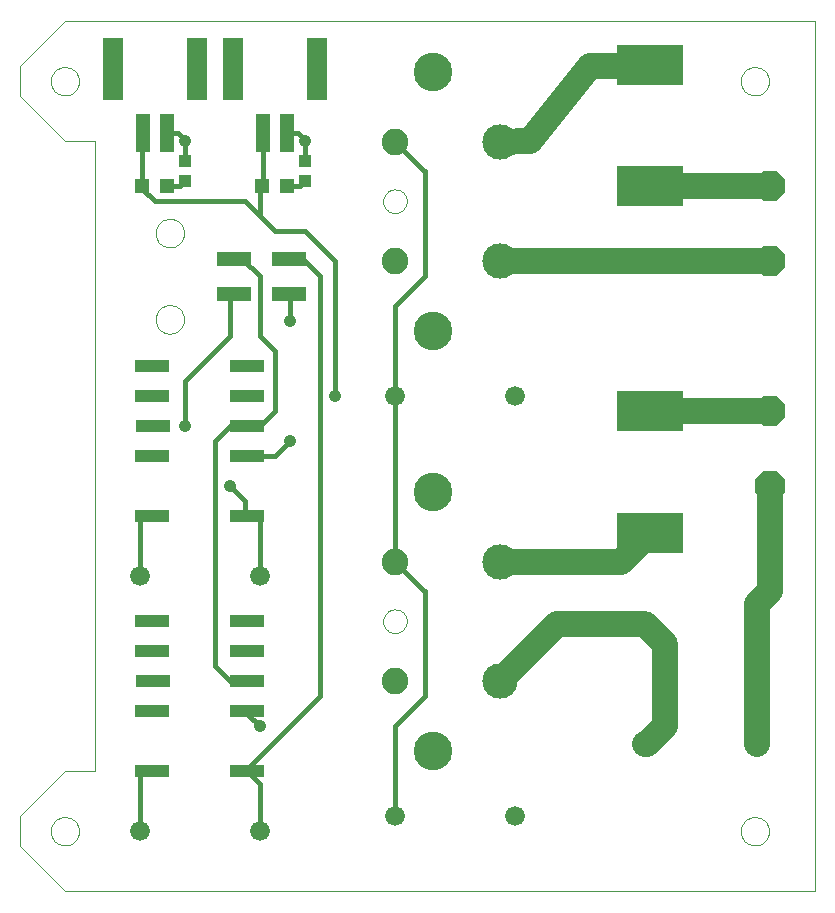
<source format=gtl>
G75*
G70*
%OFA0B0*%
%FSLAX24Y24*%
%IPPOS*%
%LPD*%
%AMOC8*
5,1,8,0,0,1.08239X$1,22.5*
%
%ADD10C,0.0000*%
%ADD11C,0.0886*%
%ADD12C,0.1286*%
%ADD13C,0.1181*%
%ADD14R,0.1150X0.0500*%
%ADD15C,0.0660*%
%ADD16R,0.0472X0.1260*%
%ADD17R,0.0669X0.2087*%
%ADD18C,0.0591*%
%ADD19OC8,0.1000*%
%ADD20R,0.2205X0.1378*%
%ADD21R,0.1122X0.0394*%
%ADD22R,0.0472X0.0472*%
%ADD23R,0.0433X0.0394*%
%ADD24C,0.0160*%
%ADD25C,0.0416*%
%ADD26C,0.0860*%
D10*
X003465Y001682D02*
X003465Y002682D01*
X004965Y004182D01*
X005965Y004182D01*
X005965Y025182D01*
X004965Y025182D01*
X003465Y026682D01*
X003465Y027682D01*
X004965Y029182D01*
X029965Y029182D01*
X029965Y000182D01*
X004965Y000182D01*
X003465Y001682D01*
X004493Y002182D02*
X004495Y002225D01*
X004501Y002267D01*
X004511Y002309D01*
X004524Y002350D01*
X004541Y002390D01*
X004562Y002427D01*
X004586Y002463D01*
X004613Y002496D01*
X004643Y002527D01*
X004676Y002555D01*
X004711Y002580D01*
X004748Y002601D01*
X004787Y002619D01*
X004827Y002633D01*
X004869Y002644D01*
X004911Y002651D01*
X004954Y002654D01*
X004997Y002653D01*
X005040Y002648D01*
X005082Y002639D01*
X005123Y002627D01*
X005163Y002611D01*
X005201Y002591D01*
X005237Y002568D01*
X005271Y002541D01*
X005303Y002512D01*
X005331Y002480D01*
X005357Y002445D01*
X005379Y002409D01*
X005398Y002370D01*
X005413Y002330D01*
X005425Y002289D01*
X005433Y002246D01*
X005437Y002203D01*
X005437Y002161D01*
X005433Y002118D01*
X005425Y002075D01*
X005413Y002034D01*
X005398Y001994D01*
X005379Y001955D01*
X005357Y001919D01*
X005331Y001884D01*
X005303Y001852D01*
X005271Y001823D01*
X005237Y001796D01*
X005201Y001773D01*
X005163Y001753D01*
X005123Y001737D01*
X005082Y001725D01*
X005040Y001716D01*
X004997Y001711D01*
X004954Y001710D01*
X004911Y001713D01*
X004869Y001720D01*
X004827Y001731D01*
X004787Y001745D01*
X004748Y001763D01*
X004711Y001784D01*
X004676Y001809D01*
X004643Y001837D01*
X004613Y001868D01*
X004586Y001901D01*
X004562Y001937D01*
X004541Y001974D01*
X004524Y002014D01*
X004511Y002055D01*
X004501Y002097D01*
X004495Y002139D01*
X004493Y002182D01*
X015571Y009182D02*
X015573Y009221D01*
X015579Y009260D01*
X015589Y009298D01*
X015602Y009335D01*
X015619Y009370D01*
X015639Y009404D01*
X015663Y009435D01*
X015690Y009464D01*
X015719Y009490D01*
X015751Y009513D01*
X015785Y009533D01*
X015821Y009549D01*
X015858Y009561D01*
X015897Y009570D01*
X015936Y009575D01*
X015975Y009576D01*
X016014Y009573D01*
X016053Y009566D01*
X016090Y009555D01*
X016127Y009541D01*
X016162Y009523D01*
X016195Y009502D01*
X016226Y009477D01*
X016254Y009450D01*
X016279Y009420D01*
X016301Y009387D01*
X016320Y009353D01*
X016335Y009317D01*
X016347Y009279D01*
X016355Y009241D01*
X016359Y009202D01*
X016359Y009162D01*
X016355Y009123D01*
X016347Y009085D01*
X016335Y009047D01*
X016320Y009011D01*
X016301Y008977D01*
X016279Y008944D01*
X016254Y008914D01*
X016226Y008887D01*
X016195Y008862D01*
X016162Y008841D01*
X016127Y008823D01*
X016090Y008809D01*
X016053Y008798D01*
X016014Y008791D01*
X015975Y008788D01*
X015936Y008789D01*
X015897Y008794D01*
X015858Y008803D01*
X015821Y008815D01*
X015785Y008831D01*
X015751Y008851D01*
X015719Y008874D01*
X015690Y008900D01*
X015663Y008929D01*
X015639Y008960D01*
X015619Y008994D01*
X015602Y009029D01*
X015589Y009066D01*
X015579Y009104D01*
X015573Y009143D01*
X015571Y009182D01*
X007990Y019245D02*
X007992Y019288D01*
X007998Y019331D01*
X008008Y019373D01*
X008021Y019414D01*
X008038Y019454D01*
X008059Y019492D01*
X008083Y019528D01*
X008111Y019561D01*
X008141Y019592D01*
X008174Y019620D01*
X008209Y019645D01*
X008246Y019667D01*
X008286Y019685D01*
X008326Y019699D01*
X008368Y019710D01*
X008411Y019717D01*
X008454Y019720D01*
X008497Y019719D01*
X008540Y019714D01*
X008583Y019705D01*
X008624Y019693D01*
X008664Y019676D01*
X008702Y019656D01*
X008739Y019633D01*
X008773Y019607D01*
X008805Y019577D01*
X008833Y019545D01*
X008859Y019510D01*
X008882Y019473D01*
X008901Y019434D01*
X008916Y019394D01*
X008928Y019352D01*
X008936Y019310D01*
X008940Y019267D01*
X008940Y019223D01*
X008936Y019180D01*
X008928Y019138D01*
X008916Y019096D01*
X008901Y019056D01*
X008882Y019017D01*
X008859Y018980D01*
X008833Y018945D01*
X008805Y018913D01*
X008773Y018883D01*
X008739Y018857D01*
X008703Y018834D01*
X008664Y018814D01*
X008624Y018797D01*
X008583Y018785D01*
X008540Y018776D01*
X008497Y018771D01*
X008454Y018770D01*
X008411Y018773D01*
X008368Y018780D01*
X008326Y018791D01*
X008286Y018805D01*
X008246Y018823D01*
X008209Y018845D01*
X008174Y018870D01*
X008141Y018898D01*
X008111Y018929D01*
X008083Y018962D01*
X008059Y018998D01*
X008038Y019036D01*
X008021Y019076D01*
X008008Y019117D01*
X007998Y019159D01*
X007992Y019202D01*
X007990Y019245D01*
X007990Y022119D02*
X007992Y022162D01*
X007998Y022205D01*
X008008Y022247D01*
X008021Y022288D01*
X008038Y022328D01*
X008059Y022366D01*
X008083Y022402D01*
X008111Y022435D01*
X008141Y022466D01*
X008174Y022494D01*
X008209Y022519D01*
X008246Y022541D01*
X008286Y022559D01*
X008326Y022573D01*
X008368Y022584D01*
X008411Y022591D01*
X008454Y022594D01*
X008497Y022593D01*
X008540Y022588D01*
X008583Y022579D01*
X008624Y022567D01*
X008664Y022550D01*
X008702Y022530D01*
X008739Y022507D01*
X008773Y022481D01*
X008805Y022451D01*
X008833Y022419D01*
X008859Y022384D01*
X008882Y022347D01*
X008901Y022308D01*
X008916Y022268D01*
X008928Y022226D01*
X008936Y022184D01*
X008940Y022141D01*
X008940Y022097D01*
X008936Y022054D01*
X008928Y022012D01*
X008916Y021970D01*
X008901Y021930D01*
X008882Y021891D01*
X008859Y021854D01*
X008833Y021819D01*
X008805Y021787D01*
X008773Y021757D01*
X008739Y021731D01*
X008703Y021708D01*
X008664Y021688D01*
X008624Y021671D01*
X008583Y021659D01*
X008540Y021650D01*
X008497Y021645D01*
X008454Y021644D01*
X008411Y021647D01*
X008368Y021654D01*
X008326Y021665D01*
X008286Y021679D01*
X008246Y021697D01*
X008209Y021719D01*
X008174Y021744D01*
X008141Y021772D01*
X008111Y021803D01*
X008083Y021836D01*
X008059Y021872D01*
X008038Y021910D01*
X008021Y021950D01*
X008008Y021991D01*
X007998Y022033D01*
X007992Y022076D01*
X007990Y022119D01*
X004493Y027182D02*
X004495Y027225D01*
X004501Y027267D01*
X004511Y027309D01*
X004524Y027350D01*
X004541Y027390D01*
X004562Y027427D01*
X004586Y027463D01*
X004613Y027496D01*
X004643Y027527D01*
X004676Y027555D01*
X004711Y027580D01*
X004748Y027601D01*
X004787Y027619D01*
X004827Y027633D01*
X004869Y027644D01*
X004911Y027651D01*
X004954Y027654D01*
X004997Y027653D01*
X005040Y027648D01*
X005082Y027639D01*
X005123Y027627D01*
X005163Y027611D01*
X005201Y027591D01*
X005237Y027568D01*
X005271Y027541D01*
X005303Y027512D01*
X005331Y027480D01*
X005357Y027445D01*
X005379Y027409D01*
X005398Y027370D01*
X005413Y027330D01*
X005425Y027289D01*
X005433Y027246D01*
X005437Y027203D01*
X005437Y027161D01*
X005433Y027118D01*
X005425Y027075D01*
X005413Y027034D01*
X005398Y026994D01*
X005379Y026955D01*
X005357Y026919D01*
X005331Y026884D01*
X005303Y026852D01*
X005271Y026823D01*
X005237Y026796D01*
X005201Y026773D01*
X005163Y026753D01*
X005123Y026737D01*
X005082Y026725D01*
X005040Y026716D01*
X004997Y026711D01*
X004954Y026710D01*
X004911Y026713D01*
X004869Y026720D01*
X004827Y026731D01*
X004787Y026745D01*
X004748Y026763D01*
X004711Y026784D01*
X004676Y026809D01*
X004643Y026837D01*
X004613Y026868D01*
X004586Y026901D01*
X004562Y026937D01*
X004541Y026974D01*
X004524Y027014D01*
X004511Y027055D01*
X004501Y027097D01*
X004495Y027139D01*
X004493Y027182D01*
X015571Y023182D02*
X015573Y023221D01*
X015579Y023260D01*
X015589Y023298D01*
X015602Y023335D01*
X015619Y023370D01*
X015639Y023404D01*
X015663Y023435D01*
X015690Y023464D01*
X015719Y023490D01*
X015751Y023513D01*
X015785Y023533D01*
X015821Y023549D01*
X015858Y023561D01*
X015897Y023570D01*
X015936Y023575D01*
X015975Y023576D01*
X016014Y023573D01*
X016053Y023566D01*
X016090Y023555D01*
X016127Y023541D01*
X016162Y023523D01*
X016195Y023502D01*
X016226Y023477D01*
X016254Y023450D01*
X016279Y023420D01*
X016301Y023387D01*
X016320Y023353D01*
X016335Y023317D01*
X016347Y023279D01*
X016355Y023241D01*
X016359Y023202D01*
X016359Y023162D01*
X016355Y023123D01*
X016347Y023085D01*
X016335Y023047D01*
X016320Y023011D01*
X016301Y022977D01*
X016279Y022944D01*
X016254Y022914D01*
X016226Y022887D01*
X016195Y022862D01*
X016162Y022841D01*
X016127Y022823D01*
X016090Y022809D01*
X016053Y022798D01*
X016014Y022791D01*
X015975Y022788D01*
X015936Y022789D01*
X015897Y022794D01*
X015858Y022803D01*
X015821Y022815D01*
X015785Y022831D01*
X015751Y022851D01*
X015719Y022874D01*
X015690Y022900D01*
X015663Y022929D01*
X015639Y022960D01*
X015619Y022994D01*
X015602Y023029D01*
X015589Y023066D01*
X015579Y023104D01*
X015573Y023143D01*
X015571Y023182D01*
X027493Y027182D02*
X027495Y027225D01*
X027501Y027267D01*
X027511Y027309D01*
X027524Y027350D01*
X027541Y027390D01*
X027562Y027427D01*
X027586Y027463D01*
X027613Y027496D01*
X027643Y027527D01*
X027676Y027555D01*
X027711Y027580D01*
X027748Y027601D01*
X027787Y027619D01*
X027827Y027633D01*
X027869Y027644D01*
X027911Y027651D01*
X027954Y027654D01*
X027997Y027653D01*
X028040Y027648D01*
X028082Y027639D01*
X028123Y027627D01*
X028163Y027611D01*
X028201Y027591D01*
X028237Y027568D01*
X028271Y027541D01*
X028303Y027512D01*
X028331Y027480D01*
X028357Y027445D01*
X028379Y027409D01*
X028398Y027370D01*
X028413Y027330D01*
X028425Y027289D01*
X028433Y027246D01*
X028437Y027203D01*
X028437Y027161D01*
X028433Y027118D01*
X028425Y027075D01*
X028413Y027034D01*
X028398Y026994D01*
X028379Y026955D01*
X028357Y026919D01*
X028331Y026884D01*
X028303Y026852D01*
X028271Y026823D01*
X028237Y026796D01*
X028201Y026773D01*
X028163Y026753D01*
X028123Y026737D01*
X028082Y026725D01*
X028040Y026716D01*
X027997Y026711D01*
X027954Y026710D01*
X027911Y026713D01*
X027869Y026720D01*
X027827Y026731D01*
X027787Y026745D01*
X027748Y026763D01*
X027711Y026784D01*
X027676Y026809D01*
X027643Y026837D01*
X027613Y026868D01*
X027586Y026901D01*
X027562Y026937D01*
X027541Y026974D01*
X027524Y027014D01*
X027511Y027055D01*
X027501Y027097D01*
X027495Y027139D01*
X027493Y027182D01*
X027493Y002182D02*
X027495Y002225D01*
X027501Y002267D01*
X027511Y002309D01*
X027524Y002350D01*
X027541Y002390D01*
X027562Y002427D01*
X027586Y002463D01*
X027613Y002496D01*
X027643Y002527D01*
X027676Y002555D01*
X027711Y002580D01*
X027748Y002601D01*
X027787Y002619D01*
X027827Y002633D01*
X027869Y002644D01*
X027911Y002651D01*
X027954Y002654D01*
X027997Y002653D01*
X028040Y002648D01*
X028082Y002639D01*
X028123Y002627D01*
X028163Y002611D01*
X028201Y002591D01*
X028237Y002568D01*
X028271Y002541D01*
X028303Y002512D01*
X028331Y002480D01*
X028357Y002445D01*
X028379Y002409D01*
X028398Y002370D01*
X028413Y002330D01*
X028425Y002289D01*
X028433Y002246D01*
X028437Y002203D01*
X028437Y002161D01*
X028433Y002118D01*
X028425Y002075D01*
X028413Y002034D01*
X028398Y001994D01*
X028379Y001955D01*
X028357Y001919D01*
X028331Y001884D01*
X028303Y001852D01*
X028271Y001823D01*
X028237Y001796D01*
X028201Y001773D01*
X028163Y001753D01*
X028123Y001737D01*
X028082Y001725D01*
X028040Y001716D01*
X027997Y001711D01*
X027954Y001710D01*
X027911Y001713D01*
X027869Y001720D01*
X027827Y001731D01*
X027787Y001745D01*
X027748Y001763D01*
X027711Y001784D01*
X027676Y001809D01*
X027643Y001837D01*
X027613Y001868D01*
X027586Y001901D01*
X027562Y001937D01*
X027541Y001974D01*
X027524Y002014D01*
X027511Y002055D01*
X027501Y002097D01*
X027495Y002139D01*
X027493Y002182D01*
D11*
X015965Y007198D03*
X015965Y011166D03*
X015965Y021198D03*
X015965Y025166D03*
D12*
X017232Y027503D03*
X017232Y018861D03*
X017232Y013503D03*
X017232Y004861D03*
D13*
X019469Y007198D03*
X019469Y011166D03*
X019469Y021198D03*
X019469Y025166D03*
D14*
X012441Y021272D03*
X012441Y020091D03*
X010618Y020091D03*
X010618Y021272D03*
D15*
X015965Y016682D03*
X019965Y016682D03*
X011465Y010682D03*
X007465Y010682D03*
X007465Y002182D03*
X011465Y002182D03*
X015965Y002682D03*
X019965Y002682D03*
D16*
X012358Y025442D03*
X011571Y025442D03*
X008358Y025442D03*
X007571Y025442D03*
D17*
X006567Y027599D03*
X009362Y027599D03*
X010567Y027599D03*
X013362Y027599D03*
D18*
X024299Y009091D03*
X028039Y009091D03*
X028039Y005091D03*
X024299Y005091D03*
D19*
X028465Y013682D03*
X028465Y016182D03*
X028465Y021182D03*
X028465Y023682D03*
D20*
X024465Y023682D03*
X024465Y027737D03*
X024465Y016182D03*
X024465Y012127D03*
D21*
X011049Y012682D03*
X011049Y014682D03*
X011049Y015682D03*
X011049Y016682D03*
X011049Y017682D03*
X007880Y017682D03*
X007880Y016682D03*
X007890Y015682D03*
X007880Y014682D03*
X007880Y012682D03*
X007880Y009182D03*
X007880Y008182D03*
X007890Y007182D03*
X007880Y006182D03*
X007880Y004182D03*
X011049Y004182D03*
X011049Y006182D03*
X011049Y007182D03*
X011049Y008182D03*
X011049Y009182D03*
D22*
X011551Y023682D03*
X012378Y023682D03*
X008378Y023682D03*
X007551Y023682D03*
D23*
X008965Y023847D03*
X008965Y024517D03*
X012965Y024517D03*
X012965Y023847D03*
D24*
X012799Y023682D01*
X012378Y023682D01*
X011571Y023702D02*
X011551Y023682D01*
X011465Y023682D01*
X011465Y022682D01*
X010965Y023182D01*
X007965Y023182D01*
X007551Y023595D01*
X007551Y023682D01*
X007551Y025422D01*
X007571Y025442D01*
X008358Y025442D02*
X008724Y025442D01*
X008965Y025182D01*
X008965Y024517D01*
X008965Y023847D02*
X008799Y023682D01*
X008378Y023682D01*
X007551Y023682D02*
X007465Y023682D01*
X010618Y021272D02*
X010874Y021272D01*
X011465Y020682D01*
X011465Y018682D01*
X011965Y018182D01*
X011965Y016182D01*
X011465Y015682D01*
X011049Y015682D01*
X010465Y015682D01*
X009965Y015182D01*
X009965Y007682D01*
X010465Y007182D01*
X011049Y007182D01*
X011049Y006182D02*
X011049Y006097D01*
X011465Y005682D01*
X011049Y004267D02*
X013465Y006682D01*
X013465Y020682D01*
X012965Y021182D01*
X012531Y021182D01*
X012441Y021272D01*
X011965Y022182D02*
X011465Y022682D01*
X011965Y022182D02*
X012965Y022182D01*
X013965Y021182D01*
X013965Y016682D01*
X012465Y015182D02*
X011965Y014682D01*
X011049Y014682D01*
X010465Y013682D02*
X010965Y013182D01*
X010965Y012767D01*
X011049Y012682D01*
X011465Y012682D01*
X011465Y010682D01*
X007880Y012682D02*
X007465Y012682D01*
X007465Y010682D01*
X008965Y015682D02*
X008965Y017182D01*
X010465Y018682D01*
X010465Y019938D01*
X010618Y020091D01*
X012441Y020091D02*
X012465Y020091D01*
X012465Y019182D01*
X015965Y019682D02*
X015965Y016682D01*
X015965Y011182D01*
X015965Y011166D02*
X016949Y010182D01*
X016965Y010182D01*
X016965Y006682D01*
X015965Y005682D01*
X015965Y002682D01*
X011465Y002182D02*
X011465Y003767D01*
X011049Y004182D01*
X011049Y004267D01*
X007880Y004182D02*
X007465Y004182D01*
X007465Y002182D01*
X015965Y019682D02*
X016965Y020682D01*
X016965Y024182D01*
X016949Y024182D01*
X015965Y025166D01*
X012965Y025182D02*
X012965Y024517D01*
X012965Y025182D02*
X012724Y025442D01*
X012358Y025442D01*
X011571Y025442D02*
X011571Y025288D01*
X011571Y023702D01*
X011465Y025182D02*
X011571Y025288D01*
X024465Y027682D02*
X024465Y027737D01*
D25*
X013965Y016682D03*
X012465Y015182D03*
X010465Y013682D03*
X008965Y015682D03*
X012465Y019182D03*
X012965Y025182D03*
X008965Y025182D03*
X011465Y005682D03*
D26*
X019469Y007198D02*
X021362Y009091D01*
X024299Y009091D01*
X024965Y008426D01*
X024965Y005682D01*
X024374Y005091D01*
X024299Y005091D01*
X028039Y005091D02*
X028039Y009091D01*
X028039Y009757D01*
X028465Y010182D01*
X028465Y013682D01*
X028465Y016182D02*
X024465Y016182D01*
X024465Y012127D02*
X023504Y011166D01*
X019469Y011166D01*
X019469Y021198D02*
X027449Y021198D01*
X028465Y021182D01*
X028465Y023682D02*
X024465Y023682D01*
X024465Y027682D02*
X022465Y027682D01*
X020465Y025182D01*
X019469Y025166D01*
M02*

</source>
